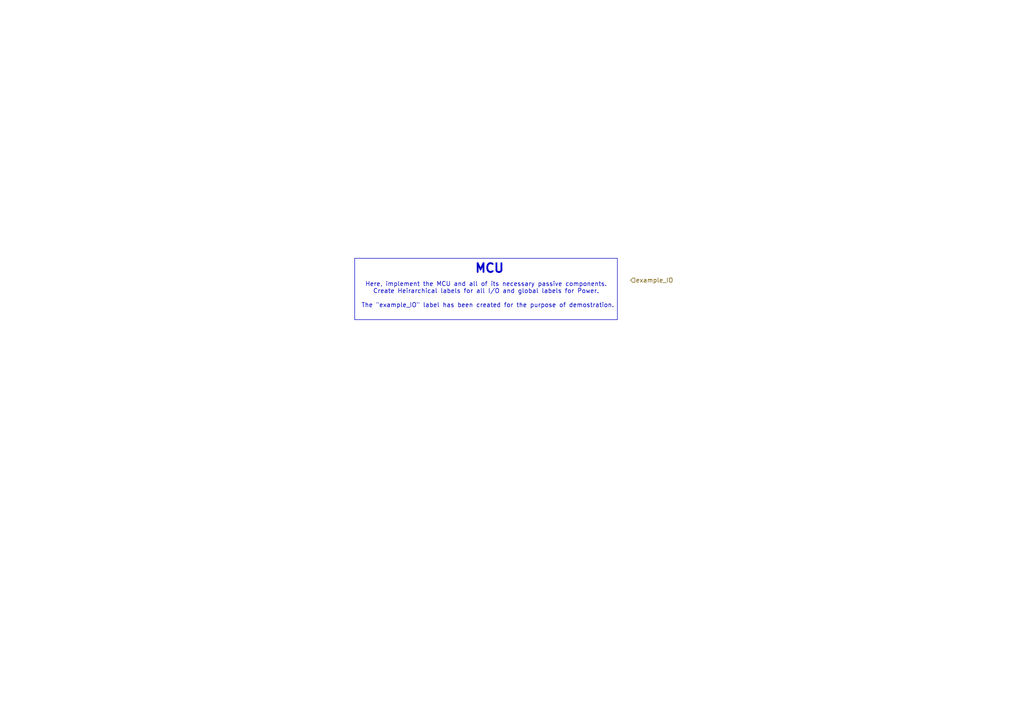
<source format=kicad_sch>
(kicad_sch
	(version 20231120)
	(generator "eeschema")
	(generator_version "8.0")
	(uuid "f92e95a7-0bf4-4479-a42d-5398c1efed5e")
	(paper "A4")
	(lib_symbols)
	(rectangle
		(start 102.87 74.93)
		(end 179.07 92.71)
		(stroke
			(width 0)
			(type default)
		)
		(fill
			(type none)
		)
		(uuid 8e4b72e4-eceb-4e04-ab0d-1eedaa177aab)
	)
	(text "Here, implement the MCU and all of its necessary passive components. \nCreate Heirarchical labels for all I/O and global labels for Power. \n\nThe \"example_IO\" label has been created for the purpose of demostration."
		(exclude_from_sim no)
		(at 141.478 85.598 0)
		(effects
			(font
				(size 1.27 1.27)
			)
		)
		(uuid "7dc85358-9302-497c-8856-c098b5f0f6aa")
	)
	(text "MCU"
		(exclude_from_sim no)
		(at 141.986 77.978 0)
		(effects
			(font
				(size 2.54 2.54)
				(thickness 0.508)
				(bold yes)
			)
		)
		(uuid "b64d9f91-9123-4baa-a48e-59b91d2eeeda")
	)
	(hierarchical_label "example_IO"
		(shape input)
		(at 182.88 81.28 0)
		(fields_autoplaced yes)
		(effects
			(font
				(size 1.27 1.27)
			)
			(justify left)
		)
		(uuid "d89a8048-5871-4a28-9594-de79ed45a722")
	)
)

</source>
